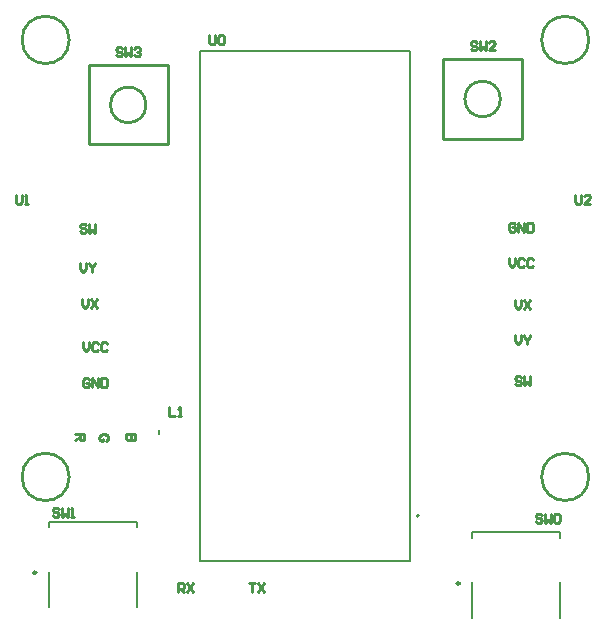
<source format=gbr>
%TF.GenerationSoftware,Altium Limited,Altium Designer,24.4.1 (13)*%
G04 Layer_Color=65535*
%FSLAX45Y45*%
%MOMM*%
%TF.SameCoordinates,E812156F-5FB4-45FE-B866-EF37BABFEDD0*%
%TF.FilePolarity,Positive*%
%TF.FileFunction,Legend,Top*%
%TF.Part,Single*%
G01*
G75*
%TA.AperFunction,NonConductor*%
%ADD21C,0.25400*%
%ADD22C,0.20000*%
%ADD23C,0.25000*%
%ADD24C,0.12700*%
G36*
X8766061Y8900972D02*
X8750000D01*
Y8950000D01*
X8766061D01*
Y8900972D01*
D02*
G37*
D21*
X11650500Y11750000D02*
G03*
X11650500Y11750000I-150500J0D01*
G01*
X8650500Y11700000D02*
G03*
X8650500Y11700000I-150500J0D01*
G01*
X12400001Y8550001D02*
G03*
X12400001Y8550001I-200000J0D01*
G01*
X8000000Y8550000D02*
G03*
X8000000Y8550000I-200000J0D01*
G01*
X8000000Y12250000D02*
G03*
X8000000Y12250000I-200000J0D01*
G01*
X12400000Y12250001D02*
G03*
X12400000Y12250001I-200000J0D01*
G01*
X11164999Y11414999D02*
X11835000D01*
X11164999Y12085000D02*
X11835000D01*
Y11414999D02*
Y12085000D01*
X11164999Y11414999D02*
Y12085000D01*
X8165001Y11365001D02*
X8835002D01*
X8165001Y12035003D02*
X8835002D01*
Y11365001D02*
Y12035003D01*
X8165001Y11365001D02*
Y12035003D01*
X11449217Y12225392D02*
X11436521Y12238088D01*
X11411129D01*
X11398433Y12225392D01*
Y12212696D01*
X11411129Y12200000D01*
X11436521D01*
X11449217Y12187304D01*
Y12174608D01*
X11436521Y12161912D01*
X11411129D01*
X11398433Y12174608D01*
X11474608Y12238088D02*
Y12161912D01*
X11500000Y12187304D01*
X11525392Y12161912D01*
Y12238088D01*
X11601567Y12161912D02*
X11550784D01*
X11601567Y12212696D01*
Y12225392D01*
X11588872Y12238088D01*
X11563480D01*
X11550784Y12225392D01*
X7549217Y10938088D02*
Y10874608D01*
X7561912Y10861912D01*
X7587304D01*
X7600000Y10874608D01*
Y10938088D01*
X7625392Y10861912D02*
X7650784D01*
X7638088D01*
Y10938088D01*
X7625392Y10925392D01*
X8168274Y9374589D02*
X8155579Y9387285D01*
X8130187D01*
X8117491Y9374589D01*
Y9323805D01*
X8130187Y9311109D01*
X8155579D01*
X8168274Y9323805D01*
Y9349197D01*
X8142883D01*
X8193666Y9311109D02*
Y9387285D01*
X8244450Y9311109D01*
Y9387285D01*
X8269841D02*
Y9311109D01*
X8307929D01*
X8320625Y9323805D01*
Y9374589D01*
X8307929Y9387285D01*
X8269841D01*
X8117492Y9692083D02*
Y9641299D01*
X8142884Y9615908D01*
X8168276Y9641299D01*
Y9692083D01*
X8244451Y9679387D02*
X8231755Y9692083D01*
X8206364D01*
X8193668Y9679387D01*
Y9628604D01*
X8206364Y9615908D01*
X8231755D01*
X8244451Y9628604D01*
X8320626Y9679387D02*
X8307931Y9692083D01*
X8282539D01*
X8269843Y9679387D01*
Y9628604D01*
X8282539Y9615908D01*
X8307931D01*
X8320626Y9628604D01*
X8104793Y10060382D02*
Y10009599D01*
X8130185Y9984207D01*
X8155577Y10009599D01*
Y10060382D01*
X8180968D02*
X8231752Y9984207D01*
Y10060382D02*
X8180968Y9984207D01*
X8092094Y10365181D02*
Y10314398D01*
X8117486Y10289006D01*
X8142877Y10314398D01*
Y10365181D01*
X8168269D02*
Y10352486D01*
X8193661Y10327094D01*
X8219053Y10352486D01*
Y10365181D01*
X8193661Y10327094D02*
Y10289006D01*
X8142879Y10682684D02*
X8130183Y10695380D01*
X8104791D01*
X8092095Y10682684D01*
Y10669988D01*
X8104791Y10657292D01*
X8130183D01*
X8142879Y10644596D01*
Y10631901D01*
X8130183Y10619205D01*
X8104791D01*
X8092095Y10631901D01*
X8168271Y10695380D02*
Y10619205D01*
X8193663Y10644596D01*
X8219054Y10619205D01*
Y10695380D01*
X9186521Y12288088D02*
Y12224608D01*
X9199217Y12211912D01*
X9224608D01*
X9237304Y12224608D01*
Y12288088D01*
X9262696Y12275392D02*
X9275392Y12288088D01*
X9300784D01*
X9313479Y12275392D01*
Y12224608D01*
X9300784Y12211912D01*
X9275392D01*
X9262696Y12224608D01*
Y12275392D01*
X7911912Y8275392D02*
X7899217Y8288088D01*
X7873825D01*
X7861129Y8275392D01*
Y8262696D01*
X7873825Y8250000D01*
X7899217D01*
X7911912Y8237304D01*
Y8224608D01*
X7899217Y8211912D01*
X7873825D01*
X7861129Y8224608D01*
X7937304Y8288088D02*
Y8211912D01*
X7962696Y8237304D01*
X7988088Y8211912D01*
Y8288088D01*
X8013480Y8211912D02*
X8038871D01*
X8026175D01*
Y8288088D01*
X8013480Y8275392D01*
X11999217Y8225392D02*
X11986521Y8238088D01*
X11961129D01*
X11948433Y8225392D01*
Y8212696D01*
X11961129Y8200000D01*
X11986521D01*
X11999217Y8187304D01*
Y8174608D01*
X11986521Y8161913D01*
X11961129D01*
X11948433Y8174608D01*
X12024608Y8238088D02*
Y8161913D01*
X12050000Y8187304D01*
X12075392Y8161913D01*
Y8238088D01*
X12100784Y8225392D02*
X12113480Y8238088D01*
X12138872D01*
X12151567Y8225392D01*
Y8174608D01*
X12138872Y8161913D01*
X12113480D01*
X12100784Y8174608D01*
Y8225392D01*
X8449217Y12175392D02*
X8436521Y12188088D01*
X8411129D01*
X8398433Y12175392D01*
Y12162696D01*
X8411129Y12150000D01*
X8436521D01*
X8449217Y12137304D01*
Y12124608D01*
X8436521Y12111913D01*
X8411129D01*
X8398433Y12124608D01*
X8474608Y12188088D02*
Y12111913D01*
X8500000Y12137304D01*
X8525392Y12111913D01*
Y12188088D01*
X8550784Y12175392D02*
X8563480Y12188088D01*
X8588872D01*
X8601567Y12175392D01*
Y12162696D01*
X8588872Y12150000D01*
X8576176D01*
X8588872D01*
X8601567Y12137304D01*
Y12124608D01*
X8588872Y12111913D01*
X8563480D01*
X8550784Y12124608D01*
X9525400Y7651575D02*
X9576184D01*
X9550792D01*
Y7575400D01*
X9601575Y7651575D02*
X9652359Y7575400D01*
Y7651575D02*
X9601575Y7575400D01*
X8925400D02*
Y7651575D01*
X8963488D01*
X8976183Y7638879D01*
Y7613488D01*
X8963488Y7600792D01*
X8925400D01*
X8950792D02*
X8976183Y7575400D01*
X9001575Y7651575D02*
X9052359Y7575400D01*
Y7651575D02*
X9001575Y7575400D01*
X8559484Y8909500D02*
X8483300D01*
X8559484D02*
Y8876850D01*
X8555856Y8865966D01*
X8552228Y8862339D01*
X8544973Y8858711D01*
X8537717D01*
X8530461Y8862339D01*
X8526834Y8865966D01*
X8523206Y8876850D01*
Y8909500D02*
Y8876850D01*
X8519578Y8865966D01*
X8515950Y8862339D01*
X8508695Y8858711D01*
X8497812D01*
X8490556Y8862339D01*
X8486928Y8865966D01*
X8483300Y8876850D01*
Y8909500D01*
X8312745Y8855083D02*
X8320001Y8858711D01*
X8327256Y8865966D01*
X8330884Y8873222D01*
Y8887733D01*
X8327256Y8894989D01*
X8320001Y8902244D01*
X8312745Y8905872D01*
X8301861Y8909500D01*
X8283723D01*
X8272839Y8905872D01*
X8265584Y8902244D01*
X8258328Y8894989D01*
X8254700Y8887733D01*
Y8873222D01*
X8258328Y8865966D01*
X8265584Y8858711D01*
X8272839Y8855083D01*
X8283723D01*
Y8873222D02*
Y8855083D01*
X8127684Y8909500D02*
X8051500D01*
X8127684D02*
Y8876850D01*
X8124056Y8865967D01*
X8120428Y8862339D01*
X8113172Y8858711D01*
X8105917D01*
X8098661Y8862339D01*
X8095034Y8865967D01*
X8091406Y8876850D01*
Y8909500D01*
Y8884105D02*
X8051500Y8858711D01*
X11826184Y9388879D02*
X11813488Y9401575D01*
X11788096D01*
X11775400Y9388879D01*
Y9376183D01*
X11788096Y9363488D01*
X11813488D01*
X11826184Y9350792D01*
Y9338096D01*
X11813488Y9325400D01*
X11788096D01*
X11775400Y9338096D01*
X11851575Y9401575D02*
Y9325400D01*
X11876967Y9350792D01*
X11902359Y9325400D01*
Y9401575D01*
X11775400Y9751575D02*
Y9700792D01*
X11800792Y9675400D01*
X11826184Y9700792D01*
Y9751575D01*
X11851575D02*
Y9738879D01*
X11876967Y9713488D01*
X11902359Y9738879D01*
Y9751575D01*
X11876967Y9713488D02*
Y9675400D01*
X11775400Y10051575D02*
Y10000792D01*
X11800792Y9975400D01*
X11826184Y10000792D01*
Y10051575D01*
X11851575D02*
X11902359Y9975400D01*
Y10051575D02*
X11851575Y9975400D01*
X11725400Y10401575D02*
Y10350792D01*
X11750792Y10325400D01*
X11776183Y10350792D01*
Y10401575D01*
X11852359Y10388879D02*
X11839663Y10401575D01*
X11814271D01*
X11801575Y10388879D01*
Y10338096D01*
X11814271Y10325400D01*
X11839663D01*
X11852359Y10338096D01*
X11928534Y10388879D02*
X11915838Y10401575D01*
X11890447D01*
X11877751Y10388879D01*
Y10338096D01*
X11890447Y10325400D01*
X11915838D01*
X11928534Y10338096D01*
X11776183Y10688879D02*
X11763488Y10701575D01*
X11738096D01*
X11725400Y10688879D01*
Y10638096D01*
X11738096Y10625400D01*
X11763488D01*
X11776183Y10638096D01*
Y10663488D01*
X11750792D01*
X11801575Y10625400D02*
Y10701575D01*
X11852359Y10625400D01*
Y10701575D01*
X11877751D02*
Y10625400D01*
X11915838D01*
X11928534Y10638096D01*
Y10688879D01*
X11915838Y10701575D01*
X11877751D01*
X8849216Y9138088D02*
Y9061913D01*
X8900000D01*
X8925392D02*
X8950784D01*
X8938088D01*
Y9138088D01*
X8925392Y9125392D01*
X12286521Y10938088D02*
Y10874608D01*
X12299216Y10861912D01*
X12324608D01*
X12337304Y10874608D01*
Y10938088D01*
X12413479Y10861912D02*
X12362696D01*
X12413479Y10912696D01*
Y10925392D01*
X12400784Y10938088D01*
X12375392D01*
X12362696Y10925392D01*
D22*
X10960000Y8222000D02*
G03*
X10960000Y8222000I-10000J0D01*
G01*
X7829498Y7447498D02*
Y7747000D01*
X8570497Y7447498D02*
Y7747000D01*
X7829498Y8125998D02*
Y8170499D01*
X8570497Y8125998D02*
Y8170499D01*
X7829498D02*
X8570497D01*
X11414499Y8081000D02*
X12155498D01*
Y8036499D02*
Y8081000D01*
X11414499Y8036499D02*
Y8081000D01*
X12155498Y7357999D02*
Y7657501D01*
X11414499Y7357999D02*
Y7657501D01*
D23*
X7721998Y7739500D02*
G03*
X7721998Y7739500I-12500J0D01*
G01*
X11306998Y7650000D02*
G03*
X11306998Y7650000I-12500J0D01*
G01*
D24*
X9111000Y7841000D02*
X10889000D01*
X9111000D02*
Y12159000D01*
X10889000D01*
Y7841000D02*
Y12159000D01*
%TF.MD5,43d1829d9e7168ab6503ffda18d1d8d1*%
M02*

</source>
